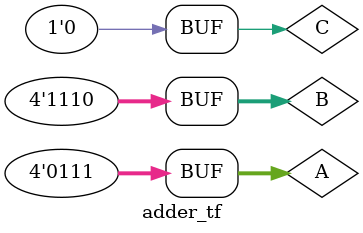
<source format=v>
`timescale 1ns / 1ps


module adder_tf(
    );
    reg [3:0] A;
        reg [3:0] B;
        reg C;
        wire [3:0] Sum;
        wire carry;
        
        full_adder_4 uut (.A(A),.B(B),.C(C),.Sum(Sum),.carry(carry));
        
        initial begin
            A = 4'b0011;
            B = 4'b1111;
            C = 0;
            #10
            A = 4'b1111;
            B = 4'b1011;
            C = 0;
            #10
            A = 4'b0111;
            B = 4'b1110;
            C = 0;
        end
    
endmodule

</source>
